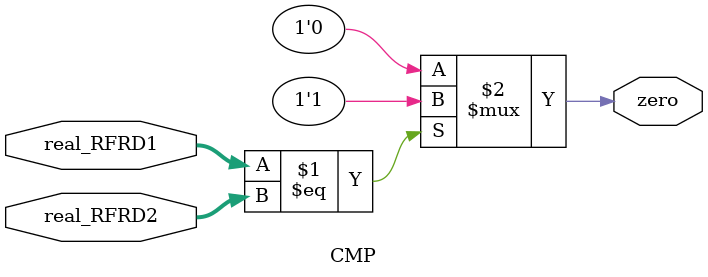
<source format=v>
`timescale 1ns / 1ps
`default_nettype none
module CMP(
	input wire [31:0] real_RFRD1,
	input wire [31:0] real_RFRD2,
	output wire zero
    );
	assign zero = (real_RFRD1 == real_RFRD2) ? 1'b1 : 1'b0;

endmodule

</source>
